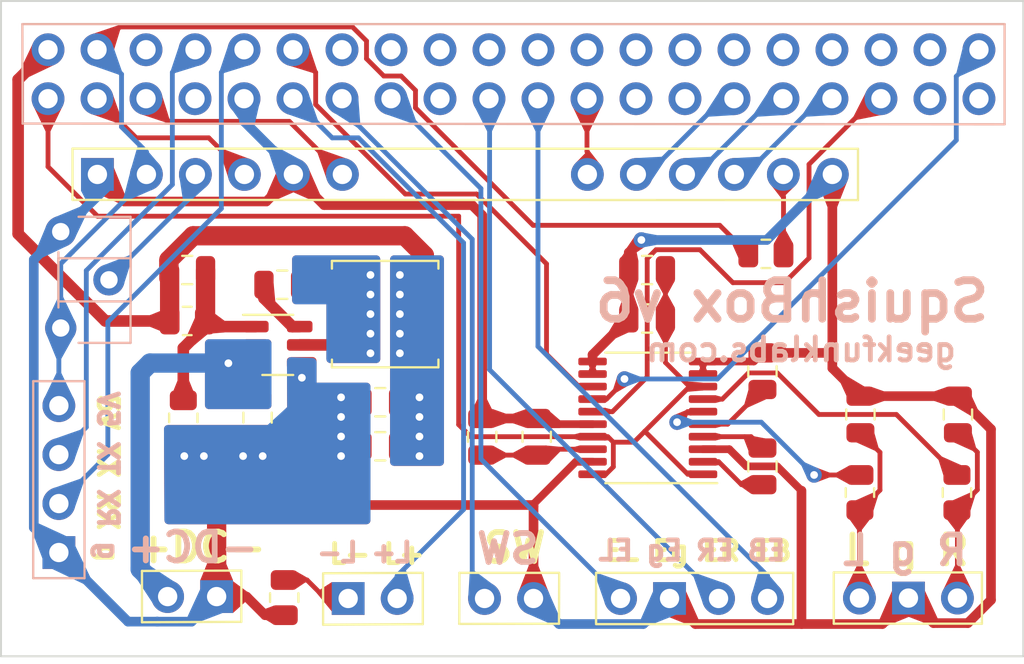
<source format=kicad_pcb>
(kicad_pcb (version 20221018) (generator pcbnew)
  (title_block (title "SquishBox v6"))
  (layers (0 "F.Cu" signal) (31 "B.Cu" signal) (34 "B.Paste" user) (35 "F.Paste" user) (36 "B.SilkS" user "B.Silkscreen") (37 "F.SilkS" user "F.Silkscreen") (38 "B.Mask" user) (39 "F.Mask" user) (44 "Edge.Cuts" user))
  (net 0 "")
  (net 1 "GND")
  (net 2 "Net-(U1-LDOO)")
  (net 3 "Net-(U1-CAPP)")
  (net 4 "Net-(U1-CAPM)")
  (net 5 "Net-(U1-VNEG)")
  (net 6 "/LOUT")
  (net 7 "/ROUT")
  (net 8 "Net-(D1-Pin_2)")
  (net 9 "Net-(D1-Pin_1)")
  (net 10 "+3V3")
  (net 11 "Net-(J1-SDA{slash}GPIO2)")
  (net 12 "/5.2V")
  (net 13 "Net-(J1-SCL{slash}GPIO3)")
  (net 15 "Net-(J1-GPIO27)")
  (net 16 "Net-(J1-GPIO18{slash}PWM0)")
  (net 17 "/GPIO22")
  (net 21 "Net-(J1-MOSI0{slash}GPIO10)")
  (net 22 "Net-(J1-MISO0{slash}GPIO9)")
  (net 24 "Net-(J1-SCLK0{slash}GPIO11)")
  (net 29 "Net-(J1-GCLK1{slash}GPIO5)")
  (net 30 "Net-(J1-GCLK2{slash}GPIO6)")
  (net 32 "Net-(J1-PWM1{slash}GPIO13)")
  (net 33 "Net-(J1-GPIO19{slash}MISO1)")
  (net 37 "Net-(J1-GPIO21{slash}SCLK1)")
  (net 38 "Net-(U1-OUTL)")
  (net 39 "Net-(U1-OUTR)")
  (net 40 "Net-(U2-A{slash}VEE)")
  (net 41 "Net-(U2-VO)")
  (net 42 "+5V")
  (net 43 "Net-(J1-GPIO14{slash}TXD)")
  (net 44 "Net-(J1-GPIO15{slash}RXD)")
  (net 50 "/VIN")
  (net 51 "/FB")
  (net 52 "/SW")
  (net 53 "Net-(U3-BST)")
  (footprint "Connector_PinSocket_2.54mm:PinSocket_1x16_P2.54mm_Vertical" (layer "F.Cu") (at 91 56 90)
    (fp_text reference "U2" hide)
    (fp_text value "LCD-016N002L")
  )
  (footprint "Connector_PinHeader_2.54mm:PinHeader_1x02_P2.54mm_Vertical" (layer "F.Cu") (at 104 78 90)
    (fp_text reference "D1" hide)
    (fp_text value "led")
  )
  (footprint "squishbox:PinHeader_1x02_P2.54mm_Vertical_unpol" (layer "F.Cu") (at 111.0692 78 90)
    (fp_text reference "S1" hide)
    (fp_text value "button")
  )
  (footprint "Capacitor_SMD:C_0805_2012Metric" (layer "F.Cu") (at 119.4968 60.96 180)
    (fp_text reference "C7" hide)
    (fp_text value "100 nF")
  )
  (footprint "Resistor_SMD:R_0805_2012Metric" (layer "F.Cu") (at 125.6557 60.1218)
    (fp_text reference "R3" hide)
    (fp_text value "1k")
  )
  (footprint "Capacitor_SMD:C_0805_2012Metric" (layer "F.Cu") (at 100.584 61.722 180)
    (fp_text reference "C3" hide)
    (fp_text value "100 nF")
  )
  (footprint "Capacitor_SMD:C_0805_2012Metric" (layer "F.Cu") (at 95.6564 60.96)
    (fp_text reference "C13" hide)
    (fp_text value "47 pF")
  )
  (footprint "Inductor_SMD:L_Changjiang_FNR5030S" (layer "F.Cu") (at 105.918 63.246)
    (fp_text reference "L1" hide)
    (fp_text value "6.8uH")
  )
  (footprint "Capacitor_SMD:C_0805_2012Metric" (layer "F.Cu") (at 110.9472 69.6112 -90)
    (fp_text reference "C4" hide)
    (fp_text value "100 nF")
  )
  (footprint "Capacitor_SMD:C_0805_2012Metric" (layer "F.Cu") (at 99.303 68.6183 -90)
    (fp_text reference "C1" hide)
    (fp_text value "10 uF")
  )
  (footprint "squishbox:PinHeader_1x04_P2.54mm_Vertical_unpol" (layer "F.Cu") (at 118.12 78 90)
    (fp_text reference "J3" hide)
    (fp_text value "encoder")
  )
  (footprint "Capacitor_SMD:C_0805_2012Metric" (layer "F.Cu") (at 105.664 70.104 180)
    (fp_text reference "C11" hide)
    (fp_text value "22uF")
  )
  (footprint "Capacitor_SMD:C_0805_2012Metric" (layer "F.Cu") (at 135.6106 68.453 90)
    (fp_text reference "C10" hide)
    (fp_text value "2.2 nF")
  )
  (footprint "Capacitor_SMD:C_0805_2012Metric" (layer "F.Cu") (at 130.556 68.453 90)
    (fp_text reference "C9" hide)
    (fp_text value "2.2 nF")
  )
  (footprint "Resistor_SMD:R_0805_2012Metric" (layer "F.Cu") (at 95.6564 63.6016)
    (fp_text reference "R5" hide)
    (fp_text value "169k")
  )
  (footprint "squishbox:PinHeader_1x03_P2.54mm_Vertical_centerground" (layer "F.Cu") (at 135.5852 77.978 -90)
    (fp_text reference "J2" hide)
    (fp_text value "Audio")
  )
  (footprint "Package_SO:TSSOP-20_4.4x6.5mm_P0.65mm" (layer "F.Cu") (at 119.5324 68.6308 180)
    (fp_text reference "U1" hide)
    (fp_text value "PCM5102")
  )
  (footprint "Resistor_SMD:R_0805_2012Metric" (layer "F.Cu") (at 95.4532 68.6308 -90)
    (fp_text reference "R6" hide)
    (fp_text value "30.1k")
  )
  (footprint "Capacitor_SMD:C_0805_2012Metric" (layer "F.Cu") (at 125.476 66.2076 -90)
    (fp_text reference "C6" hide)
    (fp_text value "2.2 uF")
  )
  (footprint "Capacitor_SMD:C_0805_2012Metric" (layer "F.Cu") (at 113.7743 69.6112 90)
    (fp_text reference "C2" hide)
    (fp_text value "10 uF")
  )
  (footprint "Package_TO_SOT_SMD:TSOT-23-6" (layer "F.Cu") (at 100.3499 64.8439)
    (fp_text reference "U3" hide)
    (fp_text value "AP63301")
  )
  (footprint "Capacitor_SMD:C_0805_2012Metric" (layer "F.Cu") (at 105.664 67.818 180)
    (fp_text reference "C12" hide)
    (fp_text value "22uF")
  )
  (footprint "Capacitor_SMD:C_0805_2012Metric" (layer "F.Cu") (at 119.4968 63.4746 180)
    (fp_text reference "C8" hide)
    (fp_text value "10 uF")
  )
  (footprint "Capacitor_SMD:C_0805_2012Metric" (layer "F.Cu") (at 125.476 71.1454 90)
    (fp_text reference "C5" hide)
    (fp_text value "2.2 uF")
  )
  (footprint "Connector_PinHeader_2.54mm:PinHeader_1x02_P2.54mm_Vertical" (layer "F.Cu") (at 97.1804 77.9018 -90)
    (fp_text reference "J4" hide)
    (fp_text value "DCIN")
  )
  (footprint "Resistor_SMD:R_0805_2012Metric" (layer "F.Cu") (at 135.5598 72.5049 -90)
    (fp_text reference "R2" hide)
    (fp_text value "470")
  )
  (footprint "Resistor_SMD:R_0805_2012Metric" (layer "F.Cu") (at 100.6856 77.9545 90)
    (fp_text reference "R4" hide)
    (fp_text value "1k")
  )
  (footprint "Resistor_SMD:R_0805_2012Metric" (layer "F.Cu") (at 130.5306 72.5049 -90)
    (fp_text reference "R1" hide)
    (fp_text value "470")
  )
  (footprint "Connector_PinSocket_2.54mm:PinSocket_2x20_P2.54mm_Vertical" (layer "B.Cu") (at 88.44 52.07 -90)
    (fp_text reference "J1" hide)
    (fp_text value "Raspberry_Pi_2_3" hide)
  )
  (footprint "Connector_PinHeader_2.54mm:PinHeader_1x04_P2.54mm_Vertical" (layer "B.Cu") (at 89.0016 67.9958 180)
    (fp_text reference "J5" hide)
    (fp_text value "UART")
  )
  (footprint "Potentiometer_THT:Potentiometer_ACP_CA6-H2,5_Horizontal" (layer "B.Cu") (at 89.099 63.968)
    (fp_text reference "RV1" hide)
    (fp_text value "10k")
  )
  (gr_rect (start 86 47) (end 139 81) (stroke (width 0.1)) (fill none) (layer "Edge.Cuts"))
  (gr_text "EB ER Eg EL" (at 126.7968 76.0984) (layer "B.SilkS") (effects (font (size 1 1) (thickness 0.25) bold) (justify left bottom mirror)))
  (gr_text "-DC+" (at 99.4918 76.2254) (layer "B.SilkS") (effects (font (size 1.5 1.5) (thickness 0.3) bold) (justify left bottom mirror)))
  (gr_text "SquishBox v6" (at 137.414 63.754) (layer "B.SilkS") (effects (font (size 2 2) (thickness 0.4) bold) (justify left bottom mirror)))
  (gr_text "geekfunklabs.com" (at 135.636 65.786) (layer "B.SilkS") (effects (font (size 1.2 1.2) (thickness 0.25) bold) (justify left bottom mirror)))
  (gr_text "g RX TX 5V" (at 90.9574 76.1238 270) (layer "B.SilkS") (effects (font (size 1 1) (thickness 0.25) bold) (justify left bottom mirror)))
  (gr_text "SW" (at 114.046 76.3016) (layer "B.SilkS") (effects (font (size 1.5 1.5) (thickness 0.3) bold) (justify left bottom mirror)))
  (gr_text "R g L" (at 136.2456 76.3778) (layer "B.SilkS") (effects (font (size 1.5 1.5) (thickness 0.3) bold) (justify left bottom mirror)))
  (gr_text "L+ L-" (at 107.442 76.2) (layer "B.SilkS") (effects (font (size 1 1) (thickness 0.25) bold) (justify left bottom mirror)))
  (gr_text "+DC-" (at 92.7862 76.2254) (layer "F.SilkS") (effects (font (size 1.5 1.5) (thickness 0.3) bold) (justify left bottom)))
  (gr_text "L- L+" (at 102.8954 76.2762) (layer "F.SilkS") (effects (font (size 1 1) (thickness 0.25) bold) (justify left bottom)))
  (gr_text "5V TX RX g" (at 90.9574 67.2592 270) (layer "F.SilkS") (effects (font (size 1 1) (thickness 0.25) bold) (justify left bottom)))
  (gr_text "EL Eg ER EB" (at 117.1702 76.1238) (layer "F.SilkS") (effects (font (size 1 1) (thickness 0.25) bold) (justify left bottom)))
  (gr_text "SW" (at 110.871 76.2508) (layer "F.SilkS") (effects (font (size 1.5 1.5) (thickness 0.3) bold) (justify left bottom)))
  (gr_text "L g R" (at 129.5908 76.3778) (layer "F.SilkS") (effects (font (size 1.5 1.5) (thickness 0.3) bold) (justify left bottom)))
  (segment (start 102.751499 57.591499) (end 101.16 56) (width 0.5) (layer "F.Cu") (net 1))
  (segment (start 129.1 65.2576) (end 129.1 56) (width 0.5) (layer "F.Cu") (net 1))
  (segment (start 126.240949 71.1454) (end 124.6497 71.1454) (width 0.4) (layer "F.Cu") (net 1))
  (segment (start 110.9472 68.6612) (end 110.9472 58.1152) (width 0.5) (layer "F.Cu") (net 1))
  (segment (start 101.4874 66.6606) (end 101.6 66.548) (width 0.5) (layer "F.Cu") (net 1))
  (segment (start 97.1804 70.9676) (end 96.52 71.628) (width 1) (layer "F.Cu") (net 1))
  (segment (start 113.6092 73.202817) (end 113.6092 78) (width 0.5) (layer "F.Cu") (net 1))
  (segment (start 137.325 69.2174) (end 137.325 78.076678) (width 0.5) (layer "F.Cu") (net 1))
  (segment (start 97.1804 73.3044) (end 97.1804 77.9018) (width 1) (layer "F.Cu") (net 1))
  (segment (start 97.536 72.644) (end 97.1804 72.9996) (width 1) (layer "F.Cu") (net 1))
  (segment (start 127.508 79.325) (end 127.5 79.317) (width 0.5) (layer "F.Cu") (net 1))
  (segment (start 97.1804 69.5683) (end 97.1804 70.2564) (width 1) (layer "F.Cu") (net 1))
  (segment (start 116.6699 66.3558) (end 116.6699 65.7058) (width 0.25) (layer "F.Cu") (net 1))
  (segment (start 110.9472 68.6612) (end 113.7743 68.6612) (width 0.5) (layer "F.Cu") (net 1))
  (segment (start 97.1804 72.9996) (end 96.52 72.644) (width 1) (layer "F.Cu") (net 1))
  (segment (start 113.558383 73.152) (end 104.394 73.152) (width 0.5) (layer "F.Cu") (net 1))
  (segment (start 97.1804 71.2724) (end 97.536 71.628) (width 1) (layer "F.Cu") (net 1))
  (segment (start 96.52 70.612) (end 97.1804 70.9676) (width 1) (layer "F.Cu") (net 1))
  (segment (start 96.52 71.628) (end 97.1804 71.2724) (width 1) (layer "F.Cu") (net 1))
  (segment (start 101.6 66.548) (end 101.4874 66.4354) (width 0.5) (layer "F.Cu") (net 1))
  (segment (start 104.394 67.564) (end 103.632 67.564) (width 0.5) (layer "F.Cu") (net 1))
  (segment (start 97.1804 69.5683) (end 99.303 69.5683) (width 1) (layer "F.Cu") (net 1))
  (segment (start 116.6699 70.9058) (end 115.804583 70.9058) (width 0.4) (layer "F.Cu") (net 1))
  (segment (start 131.6982 79.325) (end 133.0452 77.978) (width 0.5) (layer "F.Cu") (net 1))
  (segment (start 97.536 70.612) (end 96.52 70.612) (width 1) (layer "F.Cu") (net 1))
  (segment (start 101.4874 67.3839) (end 101.4874 66.6606) (width 0.5) (layer "F.Cu") (net 1))
  (segment (start 110.9472 58.1152) (end 110.423499 57.591499) (width 0.5) (layer "F.Cu") (net 1))
  (segment (start 120.672 78) (end 121.997 79.325) (width 0.5) (layer "F.Cu") (net 1))
  (segment (start 122.3949 65.7058) (end 125.0278 65.7058) (width 0.4) (layer "F.Cu") (net 1))
  (segment (start 116.6699 65.3515) (end 116.6699 65.7058) (width 0.5) (layer "F.Cu") (net 1))
  (segment (start 95.4532 69.5433) (end 95.4782 69.5683) (width 1) (layer "F.Cu") (net 1))
  (segment (start 136.123678 79.278) (end 134.3452 79.278) (width 0.5) (layer "F.Cu") (net 1))
  (segment (start 97.1804 70.2564) (end 97.536 70.612) (width 1) (layer "F.Cu") (net 1))
  (segment (start 110.423499 57.591499) (end 102.751499 57.591499) (width 0.5) (layer "F.Cu") (net 1))
  (segment (start 130.556 67.503) (end 129.1 66.047) (width 0.5) (layer "F.Cu") (net 1))
  (segment (start 127.5 79.317) (end 127.5 72.404451) (width 0.5) (layer "F.Cu") (net 1))
  (segment (start 121.997 79.325) (end 131.6982 79.325) (width 0.5) (layer "F.Cu") (net 1))
  (segment (start 104.394 73.152) (end 104.394 67.564) (width 0.5) (layer "F.Cu") (net 1))
  (segment (start 118.5468 60.0532) (end 119.2 59.4) (width 0.5) (layer "F.Cu") (net 1))
  (segment (start 123.7601 70.2558) (end 122.3949 70.2558) (width 0.4) (layer "F.Cu") (net 1))
  (segment (start 129.1 65.2576) (end 125.476 65.2576) (width 0.5) (layer "F.Cu") (net 1))
  (segment (start 135.6106 67.503) (end 137.325 69.2174) (width 0.5) (layer "F.Cu") (net 1))
  (segment (start 135.6106 67.503) (end 130.556 67.503) (width 0.5) (layer "F.Cu") (net 1))
  (segment (start 97.1804 77.9018) (end 98.7298 77.9018) (width 0.5) (layer "F.Cu") (net 1))
  (segment (start 114.0689 68.9558) (end 116.6699 68.9558) (width 0.4) (layer "F.Cu") (net 1))
  (segment (start 92.404 57.404) (end 99.756 57.404) (width 0.5) (layer "F.Cu") (net 1))
  (segment (start 99.303 69.5683) (end 99.8497 69.5683) (width 0.5) (layer "F.Cu") (net 1))
  (segment (start 118.5468 63.4746) (end 118.5468 60.96) (width 0.5) (layer "F.Cu") (net 1))
  (segment (start 118.5468 63.4746) (end 116.6699 65.3515) (width 0.5) (layer "F.Cu") (net 1))
  (segment (start 134.3452 79.278) (end 133.0452 77.978) (width 0.5) (layer "F.Cu") (net 1))
  (segment (start 118.5468 60.96) (end 118.5468 60.0532) (width 0.5) (layer "F.Cu") (net 1))
  (segment (start 101.4874 66.4354) (end 101.4874 65.7939) (width 0.5) (layer "F.Cu") (net 1))
  (segment (start 127.5 72.404451) (end 126.240949 71.1454) (width 0.4) (layer "F.Cu") (net 1))
  (segment (start 125.0278 65.7058) (end 125.476 65.2576) (width 0.4) (layer "F.Cu") (net 1))
  (segment (start 124.6497 71.1454) (end 123.7601 70.2558) (width 0.4) (layer "F.Cu") (net 1))
  (segment (start 99.756 57.404) (end 101.16 56) (width 0.5) (layer "F.Cu") (net 1))
  (segment (start 96.52 72.644) (end 97.1804 73.3044) (width 1) (layer "F.Cu") (net 1))
  (segment (start 120.66 78) (end 120.672 78) (width 0.5) (layer "F.Cu") (net 1))
  (segment (start 99.695 78.867) (end 100.6856 78.867) (width 0.5) (layer "F.Cu") (net 1))
  (segment (start 137.325 78.076678) (end 136.123678 79.278) (width 0.5) (layer "F.Cu") (net 1))
  (segment (start 129.1 66.047) (end 129.1 65.2576) (width 0.5) (layer "F.Cu") (net 1))
  (segment (start 91 56) (end 92.404 57.404) (width 0.5) (layer "F.Cu") (net 1))
  (segment (start 115.804583 70.9058) (end 113.558383 73.152) (width 0.4) (layer "F.Cu") (net 1))
  (segment (start 97.1804 71.9836) (end 97.1804 72.2884) (width 1) (layer "F.Cu") (net 1))
  (segment (start 98.7298 77.9018) (end 99.695 78.867) (width 0.5) (layer "F.Cu") (net 1))
  (segment (start 97.1804 72.2884) (end 97.536 72.644) (width 1) (layer "F.Cu") (net 1))
  (segment (start 113.558383 73.152) (end 113.6092 73.202817) (width 0.5) (layer "F.Cu") (net 1))
  (segment (start 122.3949 66.3558) (end 122.3949 65.7058) (width 0.25) (layer "F.Cu") (net 1))
  (segment (start 95.4782 69.5683) (end 97.1804 69.5683) (width 1) (layer "F.Cu") (net 1))
  (segment (start 97.536 71.628) (end 97.1804 71.9836) (width 1) (layer "F.Cu") (net 1))
  (via (at 103.632 67.564) (size 0.8) (drill 0.4) (layers "F.Cu" "B.Cu") (net 1))
  (via (at 103.632 69.596) (size 0.8) (drill 0.4) (layers "F.Cu" "B.Cu") (net 1))
  (via (at 96.52 70.612) (size 0.8) (drill 0.4) (layers "F.Cu" "B.Cu") (net 1))
  (via (at 103.632 68.58) (size 0.8) (drill 0.4) (layers "F.Cu" "B.Cu") (net 1))
  (via (at 98.552 70.612) (size 0.8) (drill 0.4) (layers "F.Cu" "B.Cu") (net 1))
  (via (at 99.568 70.612) (size 0.8) (drill 0.4) (layers "F.Cu" "B.Cu") (net 1))
  (via (at 119.2 59.4) (size 0.8) (drill 0.4) (layers "F.Cu" "B.Cu") (net 1))
  (via (at 103.632 70.612) (size 0.8) (drill 0.4) (layers "F.Cu" "B.Cu") (net 1))
  (via (at 101.6 66.548) (size 0.8) (drill 0.4) (layers "F.Cu" "B.Cu") (net 1))
  (via (at 95.504 70.612) (size 0.8) (drill 0.4) (layers "F.Cu" "B.Cu") (net 1))
  (segment (start 119.2 59.4) (end 125.7 59.4) (width 0.5) (layer "B.Cu") (net 1))
  (segment (start 92.5858 79.2) (end 89.0016 75.6158) (width 0.5) (layer "B.Cu") (net 1))
  (segment (start 120.628 78) (end 119.303 79.325) (width 0.5) (layer "B.Cu") (net 1))
  (segment (start 101.16 55.8051) (end 101.16 56) (width 0.5) (layer "B.Cu") (net 1))
  (segment (start 125.7 59.4) (end 129.1 56) (width 0.5) (layer "B.Cu") (net 1))
  (segment (start 98.6 52.07) (end 98.6 53.2451) (width 0.5) (layer "B.Cu") (net 1))
  (segment (start 89.3972 58.7248) (end 87.7016 60.4204) (width 0.5) (layer "B.Cu") (net 1))
  (segment (start 114.9342 79.325) (end 113.6092 78) (width 0.5) (layer "B.Cu") (net 1))
  (segment (start 87.7016 74.3158) (end 89.0016 75.6158) (width 0.5) (layer "B.Cu") (net 1))
  (segment (start 98.6 53.2451) (end 101.16 55.8051) (width 0.5) (layer "B.Cu") (net 1))
  (segment (start 95.8804 79.2018) (end 94.101922 79.2018) (width 0.5) (layer "B.Cu") (net 1))
  (segment (start 94.101922 79.2018) (end 94.100122 79.2) (width 0.5) (layer "B.Cu") (net 1))
  (segment (start 119.303 79.325) (end 114.9342 79.325) (width 0.5) (layer "B.Cu") (net 1))
  (segment (start 94.100122 79.2) (end 92.5858 79.2) (width 0.5) (layer "B.Cu") (net 1))
  (segment (start 120.66 78) (end 120.628 78) (width 0.5) (layer "B.Cu") (net 1))
  (segment (start 97.1804 77.9018) (end 95.8804 79.2018) (width 0.5) (layer "B.Cu") (net 1))
  (segment (start 91 57.122) (end 89.3972 58.7248) (width 0.5) (layer "B.Cu") (net 1))
  (segment (start 87.7016 60.4204) (end 87.7016 74.3158) (width 0.5) (layer "B.Cu") (net 1))
  (segment (start 91 56) (end 91 57.122) (width 0.5) (layer "B.Cu") (net 1))
  (segment (start 114.0797 70.2558) (end 113.7743 70.5612) (width 0.25) (layer "F.Cu") (net 2))
  (segment (start 113.7743 70.5612) (end 110.9472 70.5612) (width 0.25) (layer "F.Cu") (net 2))
  (segment (start 116.6699 70.2558) (end 114.0797 70.2558) (width 0.25) (layer "F.Cu") (net 2))
  (segment (start 122.3949 70.9058) (end 123.2045 70.9058) (width 0.25) (layer "F.Cu") (net 3))
  (segment (start 123.2045 70.9058) (end 124.3941 72.0954) (width 0.25) (layer "F.Cu") (net 3))
  (segment (start 124.3941 72.0954) (end 125.476 72.0954) (width 0.25) (layer "F.Cu") (net 3))
  (segment (start 122.3949 69.6058) (end 124.8864 69.6058) (width 0.25) (layer "F.Cu") (net 4))
  (segment (start 124.8864 69.6058) (end 125.476 70.1954) (width 0.25) (layer "F.Cu") (net 4))
  (segment (start 123.6778 68.9558) (end 125.476 67.1576) (width 0.25) (layer "F.Cu") (net 5))
  (segment (start 122.3949 68.9558) (end 123.6778 68.9558) (width 0.25) (layer "F.Cu") (net 5))
  (segment (start 130.5052 77.978) (end 130.5052 73.4428) (width 0.25) (layer "F.Cu") (net 6))
  (segment (start 130.5306 73.4174) (end 131.569 72.379) (width 0.25) (layer "F.Cu") (net 6))
  (segment (start 131.569 72.379) (end 131.569 70.416) (width 0.25) (layer "F.Cu") (net 6))
  (segment (start 130.5052 73.4428) (end 130.5306 73.4174) (width 0.25) (layer "F.Cu") (net 6))
  (segment (start 131.569 70.416) (end 130.556 69.403) (width 0.25) (layer "F.Cu") (net 6))
  (segment (start 136.6177 70.4101) (end 135.6106 69.403) (width 0.25) (layer "F.Cu") (net 7))
  (segment (start 136.6177 72.3595) (end 136.6177 70.4101) (width 0.25) (layer "F.Cu") (net 7))
  (segment (start 135.5852 77.978) (end 135.5852 73.4428) (width 0.25) (layer "F.Cu") (net 7))
  (segment (start 135.5598 73.4174) (end 136.6177 72.3595) (width 0.25) (layer "F.Cu") (net 7))
  (segment (start 135.5852 73.4428) (end 135.5598 73.4174) (width 0.25) (layer "F.Cu") (net 7))
  (segment (start 109.982 59.5471) (end 109.982 73.3829) (width 0.25) (layer "B.Cu") (net 8))
  (segment (start 101.14 52.07) (end 103.172 54.102) (width 0.25) (layer "B.Cu") (net 8))
  (segment (start 106.54 76.8249) (end 106.54 78) (width 0.25) (layer "B.Cu") (net 8))
  (segment (start 109.982 73.3829) (end 106.54 76.8249) (width 0.25) (layer "B.Cu") (net 8))
  (segment (start 103.172 54.102) (end 104.5369 54.102) (width 0.25) (layer "B.Cu") (net 8))
  (segment (start 104.5369 54.102) (end 109.982 59.5471) (width 0.25) (layer "B.Cu") (net 8))
  (segment (start 104 78) (end 102.8249 78) (width 0.25) (layer "F.Cu") (net 9))
  (segment (start 101.8669 77.042) (end 102.8249 78) (width 0.25) (layer "F.Cu") (net 9))
  (segment (start 100.6856 77.042) (end 101.8669 77.042) (width 0.25) (layer "F.Cu") (net 9))
  (segment (start 109.728 68.980173) (end 109.728 58.166) (width 0.25) (layer "F.Cu") (net 10))
  (segment (start 117.461 69.6058) (end 116.6699 69.6058) (width 0.25) (layer "F.Cu") (net 10))
  (segment (start 117.7459 69.8907) (end 117.461 69.6058) (width 0.25) (layer "F.Cu") (net 10))
  (segment (start 121.6971 67.0058) (end 120.4468 65.7555) (width 0.25) (layer "F.Cu") (net 10))
  (segment (start 121.6083 71.5558) (end 122.3949 71.5558) (width 0.25) (layer "F.Cu") (net 10))
  (segment (start 109.728 58.166) (end 91.0049 58.166) (width 0.25) (layer "F.Cu") (net 10))
  (segment (start 110.353627 69.6058) (end 109.728 68.980173) (width 0.25) (layer "F.Cu") (net 10))
  (segment (start 117.7459 69.8907) (end 117.7459 71.1695) (width 0.25) (layer "F.Cu") (net 10))
  (segment (start 88.44 55.6011) (end 88.44 52.07) (width 0.25) (layer "F.Cu") (net 10))
  (segment (start 118.8122 69.8907) (end 117.7459 69.8907) (width 0.25) (layer "F.Cu") (net 10))
  (segment (start 117.3596 71.5558) (end 116.6699 71.5558) (width 0.25) (layer "F.Cu") (net 10))
  (segment (start 122.3949 67.0058) (end 121.6971 67.0058) (width 0.25) (layer "F.Cu") (net 10))
  (segment (start 119.3777 69.3252) (end 118.8122 69.8907) (width 0.25) (layer "F.Cu") (net 10))
  (segment (start 120.4468 63.4746) (end 120.4468 60.96) (width 0.25) (layer "F.Cu") (net 10))
  (segment (start 91.0049 58.166) (end 88.44 55.6011) (width 0.25) (layer "F.Cu") (net 10))
  (segment (start 116.6699 69.6058) (end 110.353627 69.6058) (width 0.25) (layer "F.Cu") (net 10))
  (segment (start 117.7459 71.1695) (end 117.3596 71.5558) (width 0.25) (layer "F.Cu") (net 10))
  (segment (start 120.4468 65.7555) (end 120.4468 63.4746) (width 0.25) (layer "F.Cu") (net 10))
  (segment (start 119.3777 69.3252) (end 121.6083 71.5558) (width 0.25) (layer "F.Cu") (net 10))
  (segment (start 121.6971 67.0058) (end 119.3777 69.3252) (width 0.25) (layer "F.Cu") (net 10))
  (segment (start 96.7727 54.1007) (end 98.62 55.948) (width 0.25) (layer "F.Cu") (net 11))
  (segment (start 93.0107 54.1007) (end 96.7727 54.1007) (width 0.25) (layer "F.Cu") (net 11))
  (segment (start 98.62 55.948) (end 98.62 56) (width 0.25) (layer "F.Cu") (net 11))
  (segment (start 90.98 52.07) (end 93.0107 54.1007) (width 0.25) (layer "F.Cu") (net 11))
  (segment (start 94.7064 60.96) (end 94.7064 60.4368) (width 1) (layer "F.Cu") (net 12))
  (segment (start 94.7439 63.6016) (end 91.409463 63.6016) (width 0.6) (layer "F.Cu") (net 12))
  (segment (start 95.9612 59.182) (end 106.934 59.182) (width 1) (layer "F.Cu") (net 12))
  (segment (start 107.63 67.498) (end 106.68 67.498) (width 1) (layer "F.Cu") (net 12))
  (segment (start 86.89 51.08) (end 88.44 49.53) (width 0.6) (layer "F.Cu") (net 12))
  (segment (start 94.7439 60.96) (end 94.7064 60.96) (width 0.5) (layer "F.Cu") (net 12))
  (segment (start 94.7439 63.6016) (end 94.7439 60.96) (width 1) (layer "F.Cu") (net 12))
  (segment (start 91.409463 63.6016) (end 86.89 59.082137) (width 0.6) (layer "F.Cu") (net 12))
  (segment (start 107.95 60.198) (end 107.95 67.498) (width 1) (layer "F.Cu") (net 12))
  (segment (start 86.89 59.082137) (end 86.89 51.08) (width 0.6) (layer "F.Cu") (net 12))
  (segment (start 106.934 59.182) (end 107.95 60.198) (width 1) (layer "F.Cu") (net 12))
  (segment (start 106.68 67.498) (end 106.68 69.784) (width 1) (layer "F.Cu") (net 12))
  (segment (start 94.7064 60.4368) (end 95.9612 59.182) (width 1) (layer "F.Cu") (net 12))
  (segment (start 107.95 67.498) (end 107.762 67.498) (width 1) (layer "F.Cu") (net 12))
  (segment (start 107.762 67.498) (end 107.696 67.564) (width 1) (layer "F.Cu") (net 12))
  (segment (start 107.696 67.564) (end 107.63 67.498) (width 1) (layer "F.Cu") (net 12))
  (via (at 106.68 63.246) (size 0.8) (drill 0.4) (layers "F.Cu" "B.Cu") (net 12))
  (via (at 107.696 69.596) (size 0.8) (drill 0.4) (layers "F.Cu" "B.Cu") (net 12))
  (via (at 106.68 62.23) (size 0.8) (drill 0.4) (layers "F.Cu" "B.Cu") (net 12))
  (via (at 107.696 68.58) (size 0.8) (drill 0.4) (layers "F.Cu" "B.Cu") (net 12))
  (via (at 106.68 64.262) (size 0.8) (drill 0.4) (layers "F.Cu" "B.Cu") (net 12))
  (via (at 106.68 65.278) (size 0.8) (drill 0.4) (layers "F.Cu" "B.Cu") (net 12))
  (via (at 107.696 67.564) (size 0.8) (drill 0.4) (layers "F.Cu" "B.Cu") (net 12))
  (via (at 106.68 61.214) (size 0.8) (drill 0.4) (layers "F.Cu" "B.Cu") (net 12))
  (via (at 107.696 70.612) (size 0.8) (drill 0.4) (layers "F.Cu" "B.Cu") (net 12))
  (segment (start 94.6951 53.2451) (end 100.9451 53.2451) (width 0.25) (layer "F.Cu") (net 13))
  (segment (start 100.9451 53.2451) (end 103.7 56) (width 0.25) (layer "F.Cu") (net 13))
  (segment (start 93.52 52.07) (end 94.6951 53.2451) (width 0.25) (layer "F.Cu") (net 13))
  (segment (start 110.431501 59.360911) (end 110.431501 77.362301) (width 0.25) (layer "B.Cu") (net 15))
  (segment (start 103.68 52.07) (end 103.68 52.60941) (width 0.25) (layer "B.Cu") (net 15))
  (segment (start 103.68 52.60941) (end 110.431501 59.360911) (width 0.25) (layer "B.Cu") (net 15))
  (segment (start 110.431501 77.362301) (end 111.0692 78) (width 0.25) (layer "B.Cu") (net 15))
  (segment (start 102.3151 52.3722) (end 106.959898 57.016998) (width 0.25) (layer "F.Cu") (net 16))
  (segment (start 102.3151 50.7051) (end 102.3151 52.3722) (width 0.25) (layer "F.Cu") (net 16))
  (segment (start 114.2819 60.637433) (end 114.2819 65.3253) (width 0.25) (layer "F.Cu") (net 16))
  (segment (start 106.959898 57.016998) (end 110.661465 57.016998) (width 0.25) (layer "F.Cu") (net 16))
  (segment (start 114.2819 65.3253) (end 115.9624 67.0058) (width 0.25) (layer "F.Cu") (net 16))
  (segment (start 110.661465 57.016998) (end 114.2819 60.637433) (width 0.25) (layer "F.Cu") (net 16))
  (segment (start 101.14 49.53) (end 102.3151 50.7051) (width 0.25) (layer "F.Cu") (net 16))
  (segment (start 115.9624 67.0058) (end 116.6699 67.0058) (width 0.25) (layer "F.Cu") (net 16))
  (segment (start 110.881002 70.761002) (end 118.12 78) (width 0.25) (layer "B.Cu") (net 17))
  (segment (start 106.22 52.07) (end 110.881002 56.731002) (width 0.25) (layer "B.Cu") (net 17))
  (segment (start 110.881002 56.731002) (end 110.881002 70.761002) (width 0.25) (layer "B.Cu") (net 17))
  (segment (start 111.330503 52.100503) (end 111.3 52.07) (width 0.25) (layer "B.Cu") (net 21))
  (segment (start 123.2 78) (end 111.330503 66.130503) (width 0.25) (layer "B.Cu") (net 21))
  (segment (start 111.330503 66.130503) (end 111.330503 52.100503) (width 0.25) (layer "B.Cu") (net 21))
  (segment (start 113.84 52.07) (end 113.84 64.9249) (width 0.25) (layer "B.Cu") (net 22))
  (segment (start 113.84 64.9249) (end 125.74 76.8249) (width 0.25) (layer "B.Cu") (net 22))
  (segment (start 125.74 78) (end 125.74 76.8249) (width 0.25) (layer "B.Cu") (net 22))
  (segment (start 116.38 52.07) (end 116.38 54.8049) (width 0.25) (layer "F.Cu") (net 24))
  (segment (start 116.4 56) (end 116.4 54.8249) (width 0.25) (layer "F.Cu") (net 24))
  (segment (start 116.38 54.8049) (end 116.4 54.8249) (width 0.25) (layer "F.Cu") (net 24))
  (segment (start 119.514 56) (end 118.94 56) (width 0.25) (layer "B.Cu") (net 29))
  (segment (start 123.444 52.07) (end 119.514 56) (width 0.25) (layer "B.Cu") (net 29))
  (segment (start 124 52.07) (end 123.444 52.07) (width 0.25) (layer "B.Cu") (net 29))
  (segment (start 122.054 56) (end 121.48 56) (width 0.25) (layer "B.Cu") (net 30))
  (segment (start 126.54 52.07) (end 125.984 52.07) (width 0.25) (layer "B.Cu") (net 30))
  (segment (start 125.984 52.07) (end 122.054 56) (width 0.25) (layer "B.Cu") (net 30))
  (segment (start 128.524 52.07) (end 124.594 56) (width 0.25) (layer "B.Cu") (net 32))
  (segment (start 129.08 52.07) (end 128.524 52.07) (width 0.25) (layer "B.Cu") (net 32))
  (segment (start 124.594 56) (end 124.02 56) (width 0.25) (layer "B.Cu") (net 32))
  (segment (start 127.8921 55.4752) (end 131.2973 52.07) (width 0.25) (layer "F.Cu") (net 33))
  (segment (start 117.702 68.3058) (end 119.5021 66.5057) (width 0.25) (layer "F.Cu") (net 33))
  (segment (start 116.6699 68.3058) (end 117.702 68.3058) (width 0.25) (layer "F.Cu") (net 33))
  (segment (start 119.5021 60.3649) (end 119.9604 59.9066) (width 0.25) (layer "F.Cu") (net 33))
  (segment (start 126.6147 61.6143) (end 127.8921 60.3369) (width 0.25) (layer "F.Cu") (net 33))
  (segment (start 119.5021 66.5057) (end 119.5021 60.3649) (width 0.25) (layer "F.Cu") (net 33))
  (segment (start 123.943 61.6143) (end 126.6147 61.6143) (width 0.25) (layer "F.Cu") (net 33))
  (segment (start 122.2353 59.9066) (end 123.943 61.6143) (width 0.25) (layer "F.Cu") (net 33))
  (segment (start 131.2973 52.07) (end 131.62 52.07) (width 0.25) (layer "F.Cu") (net 33))
  (segment (start 127.8921 60.3369) (end 127.8921 55.4752) (width 0.25) (layer "F.Cu") (net 33))
  (segment (start 119.9604 59.9066) (end 122.2353 59.9066) (width 0.25) (layer "F.Cu") (net 33))
  (segment (start 117.393 67.6558) (end 116.6699 67.6558) (width 0.25) (layer "F.Cu") (net 37))
  (segment (start 118.3239 66.7249) (end 117.393 67.6558) (width 0.25) (layer "F.Cu") (net 37))
  (segment (start 118.3239 66.6118) (end 118.3239 66.7249) (width 0.25) (layer "F.Cu") (net 37))
  (via (at 118.3239 66.6118) (size 0.8) (drill 0.4) (layers "F.Cu" "B.Cu") (net 37))
  (segment (start 136.7 49.736) (end 135.525 50.911) (width 0.25) (layer "B.Cu") (net 37))
  (segment (start 136.7 49.53) (end 136.7 49.736) (width 0.25) (layer "B.Cu") (net 37))
  (segment (start 135.525 50.911) (end 135.525 54.225) (width 0.25) (layer "B.Cu") (net 37))
  (segment (start 123.1382 66.6118) (end 118.3239 66.6118) (width 0.25) (layer "B.Cu") (net 37))
  (segment (start 135.525 54.225) (end 123.1382 66.6118) (width 0.25) (layer "B.Cu") (net 37))
  (segment (start 121.5974 68.3058) (end 121.0495 68.8537) (width 0.25) (layer "F.Cu") (net 38))
  (segment (start 122.3949 68.3058) (end 121.5974 68.3058) (width 0.25) (layer "F.Cu") (net 38))
  (segment (start 128.1547 71.5924) (end 130.5306 71.5924) (width 0.25) (layer "F.Cu") (net 38))
  (via (at 128.1547 71.5924) (size 0.8) (drill 0.4) (layers "F.Cu" "B.Cu") (net 38))
  (via (at 121.0495 68.8537) (size 0.8) (drill 0.4) (layers "F.Cu" "B.Cu") (net 38))
  (segment (start 121.0495 68.8538) (end 121.0495 68.8537) (width 0.25) (layer "B.Cu") (net 38))
  (segment (start 128.1547 71.5924) (end 125.4161 68.8538) (width 0.25) (layer "B.Cu") (net 38))
  (segment (start 125.4161 68.8538) (end 121.0495 68.8538) (width 0.25) (layer "B.Cu") (net 38))
  (segment (start 128.401 68.453) (end 132.4204 68.453) (width 0.25) (layer "F.Cu") (net 39))
  (segment (start 124.7543 66.2975) (end 126.2455 66.2975) (width 0.25) (layer "F.Cu") (net 39))
  (segment (start 132.4204 68.453) (end 135.5598 71.5924) (width 0.25) (layer "F.Cu") (net 39))
  (segment (start 126.2455 66.2975) (end 128.401 68.453) (width 0.25) (layer "F.Cu") (net 39))
  (segment (start 123.396 67.6558) (end 124.7543 66.2975) (width 0.25) (layer "F.Cu") (net 39))
  (segment (start 122.3949 67.6558) (end 123.396 67.6558) (width 0.25) (layer "F.Cu") (net 39))
  (segment (start 126.5682 57.1833) (end 126.56 57.1751) (width 0.25) (layer "F.Cu") (net 40))
  (segment (start 126.56 56) (end 126.56 57.1751) (width 0.25) (layer "F.Cu") (net 40))
  (segment (start 126.5682 60.1218) (end 126.5682 57.1833) (width 0.25) (layer "F.Cu") (net 40))
  (segment (start 96.08 56) (end 96.08 56.922) (width 0.25) (layer "B.Cu") (net 41))
  (segment (start 96.08 56.922) (end 91.599 61.403) (width 0.25) (layer "B.Cu") (net 41))
  (segment (start 91.599 61.403) (end 91.599 61.468) (width 0.25) (layer "B.Cu") (net 41))
  (segment (start 113.5874 58.64) (end 123.2614 58.64) (width 0.25) (layer "F.Cu") (net 42))
  (segment (start 92.1631 48.3469) (end 104.2218 48.3469) (width 0.25) (layer "F.Cu") (net 42))
  (segment (start 104.95 49.0751) (end 104.95 49.9954) (width 0.25) (layer "F.Cu") (net 42))
  (segment (start 123.2614 58.64) (end 124.7432 60.1218) (width 0.25) (layer "F.Cu") (net 42))
  (segment (start 104.2218 48.3469) (end 104.95 49.0751) (width 0.25) (layer "F.Cu") (net 42))
  (segment (start 105.8494 50.8948) (end 106.7457 50.8948) (width 0.25) (layer "F.Cu") (net 42))
  (segment (start 107.49 51.6391) (end 107.49 52.5426) (width 0.25) (layer "F.Cu") (net 42))
  (segment (start 107.49 52.5426) (end 113.5874 58.64) (width 0.25) (layer "F.Cu") (net 42))
  (segment (start 106.7457 50.8948) (end 107.49 51.6391) (width 0.25) (layer "F.Cu") (net 42))
  (segment (start 104.95 49.9954) (end 105.8494 50.8948) (width 0.25) (layer "F.Cu") (net 42))
  (segment (start 90.98 49.53) (end 92.1631 48.3469) (width 0.25) (layer "F.Cu") (net 42))
  (segment (start 89.0016 67.9958) (end 89.0016 64.0654) (width 0.25) (layer "B.Cu") (net 42))
  (segment (start 92.25 53.5349) (end 92.25 50.8) (width 0.25) (layer "B.Cu") (net 42))
  (segment (start 93.54 56.187133) (end 89.722567 60.004567) (width 0.25) (layer "B.Cu") (net 42))
  (segment (start 89.099 67.8984) (end 89.0016 67.9958) (width 0.25) (layer "B.Cu") (net 42))
  (segment (start 89.0016 64.0654) (end 89.099 63.968) (width 0.25) (layer "B.Cu") (net 42))
  (segment (start 92.25 50.8) (end 90.98 49.53) (width 0.25) (layer "B.Cu") (net 42))
  (segment (start 93.54 56) (end 93.54 54.8249) (width 0.25) (layer "B.Cu") (net 42))
  (segment (start 93.54 54.8249) (end 92.25 53.5349) (width 0.25) (layer "B.Cu") (net 42))
  (segment (start 89.099 63.968) (end 89.099 60.628134) (width 0.25) (layer "B.Cu") (net 42))
  (segment (start 93.54 56) (end 93.54 56.187133) (width 0.25) (layer "B.Cu") (net 42))
  (segment (start 89.099 60.628134) (end 89.722567 60.004567) (width 0.25) (layer "B.Cu") (net 42))
  (segment (start 89.722567 60.004567) (end 89.099 60.628133) (width 0.25) (layer "B.Cu") (net 42))
  (segment (start 94.8849 50.7051) (end 94.8849 56.5253) (width 0.25) (layer "B.Cu") (net 43))
  (segment (start 94.8849 56.5253) (end 90.424 60.9862) (width 0.25) (layer "B.Cu") (net 43))
  (segment (start 90.424 69.1134) (end 89.0016 70.5358) (width 0.25) (layer "B.Cu") (net 43))
  (segment (start 96.06 49.53) (end 94.8849 50.7051) (width 0.25) (layer "B.Cu") (net 43))
  (segment (start 90.424 60.9862) (end 90.424 69.1134) (width 0.25) (layer "B.Cu") (net 43))
  (segment (start 98.6 49.53) (end 97.4249 50.7051) (width 0.25) (layer "B.Cu") (net 44))
  (segment (start 97.4249 50.7051) (end 97.4249 57.7691) (width 0.25) (layer "B.Cu") (net 44))
  (segment (start 91.5416 63.6524) (end 91.5416 70.5358) (width 0.25) (layer "B.Cu") (net 44))
  (segment (start 97.4249 57.7691) (end 91.5416 63.6524) (width 0.25) (layer "B.Cu") (net 44))
  (segment (start 91.5416 70.5358) (end 89.0016 73.0758) (width 0.25) (layer "B.Cu") (net 44))
  (segment (start 99.2124 65.7939) (end 99.303 65.8845) (width 0.5) (layer "F.Cu") (net 50))
  (segment (start 99.303 65.8845) (end 99.303 67.6683) (width 0.5) (layer "F.Cu") (net 50))
  (segment (start 99.2124 65.7939) (end 97.79 65.7939) (width 0.5) (layer "F.Cu") (net 50))
  (segment (start 99.2124 65.7939) (end 99.2124 64.8439) (width 0.5) (layer "F.Cu") (net 50))
  (via (at 97.79 65.7939) (size 0.8) (drill 0.4) (layers "F.Cu" "B.Cu") (net 50))
  (segment (start 97.7821 65.786) (end 97.79 65.7939) (width 1) (layer "B.Cu") (net 50))
  (segment (start 93.726 65.786) (end 97.7821 65.786) (width 1) (layer "B.Cu") (net 50))
  (segment (start 93.218 66.294) (end 93.726 65.786) (width 1) (layer "B.Cu") (net 50))
  (segment (start 93.218 76.4794) (end 93.218 66.294) (width 1) (layer "B.Cu") (net 50))
  (segment (start 94.6404 77.9018) (end 93.218 76.4794) (width 1) (layer "B.Cu") (net 50))
  (segment (start 96.5689 63.8939) (end 99.2124 63.8939) (width 0.6) (layer "F.Cu") (net 51))
  (segment (start 95.4532 67.7183) (end 95.4532 65.0096) (width 0.6) (layer "F.Cu") (net 51))
  (segment (start 95.4532 65.0096) (end 96.5689 63.8939) (width 0.6) (layer "F.Cu") (net 51))
  (segment (start 96.6064 63.5641) (end 96.6064 60.96) (width 1) (layer "F.Cu") (net 51))
  (segment (start 96.5689 63.8939) (end 96.5689 63.6016) (width 0.6) (layer "F.Cu") (net 51))
  (segment (start 96.5689 63.6016) (end 96.6064 63.5641) (width 0.6) (layer "F.Cu") (net 51))
  (segment (start 101.534 61.722) (end 103.632 61.722) (width 0.6) (layer "F.Cu") (net 52))
  (segment (start 103.718 61.808) (end 103.718 63.246) (width 0.6) (layer "F.Cu") (net 52))
  (segment (start 103.632 61.722) (end 103.718 61.808) (width 0.6) (layer "F.Cu") (net 52))
  (segment (start 103.718 64.8439) (end 103.718 63.246) (width 0.6) (layer "F.Cu") (net 52))
  (segment (start 101.4874 64.8439) (end 103.718 64.8439) (width 0.6) (layer "F.Cu") (net 52))
  (via (at 105.156 63.246) (size 0.8) (drill 0.4) (layers "F.Cu" "B.Cu") (net 52))
  (via (at 105.156 65.278) (size 0.8) (drill 0.4) (layers "F.Cu" "B.Cu") (net 52))
  (via (at 105.156 64.262) (size 0.8) (drill 0.4) (layers "F.Cu" "B.Cu") (net 52))
  (via (at 105.156 62.23) (size 0.8) (drill 0.4) (layers "F.Cu" "B.Cu") (net 52))
  (via (at 105.156 61.214) (size 0.8) (drill 0.4) (layers "F.Cu" "B.Cu") (net 52))
  (segment (start 99.634 61.722) (end 99.634 62.0405) (width 0.25) (layer "F.Cu") (net 53))
  (segment (start 99.634 62.0405) (end 99.634 62.42225) (width 0.6) (layer "F.Cu") (net 53))
  (segment (start 99.634 62.42225) (end 101.10565 63.8939) (width 0.6) (layer "F.Cu") (net 53))
  (segment (start 101.10565 63.8939) (end 101.4874 63.8939) (width 0.6) (layer "F.Cu") (net 53))
  (zone (net 52) (net_name "/SW") (layer "F.Cu") (priority 2) (connect_pads yes (clearance 0)) (min_thickness 0.25) (fill yes (thermal_gap 0.5) (thermal_bridge_width 0.5) (smoothing fillet) (radius 0.2))
    (polygon (pts (xy 101.092 60.198) (xy 105.664 60.198) (xy 105.664 65.786) (xy 102.87 65.786) (xy 102.87 62.738) (xy 101.092 62.738)))
  )
  (zone (net 1) (net_name "GND") (layer "F.Cu") (connect_pads yes (clearance 0)) (min_thickness 0.25) (fill yes (thermal_gap 0.5) (thermal_bridge_width 0.5) (smoothing fillet) (radius 0.2))
    (polygon (pts (xy 94.45 69) (xy 99.908 69) (xy 100.838 68.072) (xy 100.825 65.475) (xy 102.362 65.475) (xy 102.362 66.802) (xy 105.156 66.802) (xy 105.156 74.15) (xy 94.475 74.15)))
  )
  (zone (net 12) (net_name "/5.2V") (layer "F.Cu") (priority 3) (connect_pads yes (clearance 0)) (min_thickness 0.25) (fill yes (thermal_gap 0.5) (thermal_bridge_width 0.5) (smoothing fillet) (radius 0.2))
    (polygon (pts (xy 106.172 71.12) (xy 106.172 60.198) (xy 108.966 60.198) (xy 108.966 71.12)))
  )
  (zone (net 50) (net_name "/VIN") (layer "F.Cu") (priority 1) (connect_pads yes (clearance 0)) (min_thickness 0.25) (fill yes (thermal_gap 0.5) (thermal_bridge_width 0.5) (smoothing fillet) (radius 0.2))
    (polygon (pts (xy 100.025 68.175) (xy 96.575 68.175) (xy 96.575 64.55) (xy 100.025 64.55)))
  )
  (zone (net 12) (net_name "/5.2V") (layer "B.Cu") (priority 3) (connect_pads yes (clearance 0)) (min_thickness 0.25) (fill yes (thermal_gap 0.5) (thermal_bridge_width 0.5) (smoothing fillet) (radius 0.2))
    (polygon (pts (xy 106.172 71.12) (xy 106.172 60.198) (xy 108.966 60.198) (xy 108.966 71.12)))
  )
  (zone (net 52) (net_name "/SW") (layer "B.Cu") (priority 2) (connect_pads yes (clearance 0)) (min_thickness 0.25) (fill yes (thermal_gap 0.5) (thermal_bridge_width 0.5) (smoothing fillet) (radius 0.2))
    (polygon (pts (xy 101.092 60.198) (xy 105.664 60.198) (xy 105.664 65.786) (xy 102.87 65.786) (xy 102.87 62.738) (xy 101.092 62.738)))
  )
  (zone (net 1) (net_name "GND") (layer "B.Cu") (connect_pads yes (clearance 0)) (min_thickness 0.25) (fill yes (thermal_gap 0.5) (thermal_bridge_width 0.5) (smoothing fillet) (radius 0.2))
    (polygon (pts (xy 94.45 69) (xy 99.822 69) (xy 100.838 68.072) (xy 100.825 65.475) (xy 102.362 65.532) (xy 102.362 66.802) (xy 105.156 66.802) (xy 105.156 74.15) (xy 94.475 74.15)))
  )
  (zone (net 50) (net_name "/VIN") (layer "B.Cu") (priority 1) (connect_pads yes (clearance 0)) (min_thickness 0.25) (fill yes (thermal_gap 0.5) (thermal_bridge_width 0.5) (smoothing fillet) (radius 0.2))
    (polygon (pts (xy 100.025 68.175) (xy 96.575 68.175) (xy 96.575 64.55) (xy 100.025 64.55)))
  )
)
</source>
